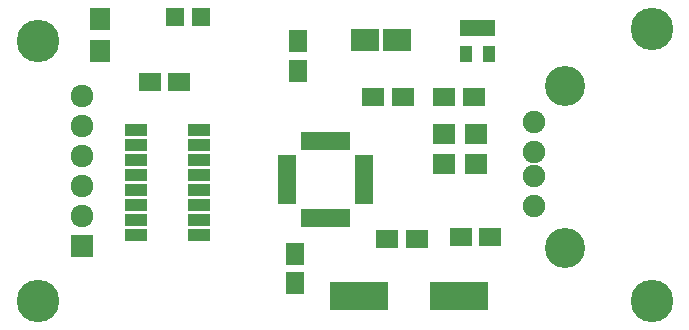
<source format=gbr>
G04 #@! TF.FileFunction,Soldermask,Top*
%FSLAX46Y46*%
G04 Gerber Fmt 4.6, Leading zero omitted, Abs format (unit mm)*
G04 Created by KiCad (PCBNEW 4.0.6) date 06/06/17 10:00:33*
%MOMM*%
%LPD*%
G01*
G04 APERTURE LIST*
%ADD10C,0.100000*%
%ADD11R,4.900000X2.400000*%
%ADD12R,1.924000X1.924000*%
%ADD13C,1.924000*%
%ADD14R,1.900000X1.650000*%
%ADD15R,1.650000X1.900000*%
%ADD16R,1.600000X1.600000*%
%ADD17C,1.900000*%
%ADD18C,3.400000*%
%ADD19R,1.900000X1.700000*%
%ADD20R,1.700000X1.900000*%
%ADD21R,1.900000X1.000000*%
%ADD22R,1.050000X1.460000*%
%ADD23C,3.600000*%
%ADD24R,0.680000X1.600000*%
%ADD25R,1.600000X0.680000*%
%ADD26R,2.350000X1.900000*%
G04 APERTURE END LIST*
D10*
D11*
X150450000Y-104800000D03*
X141950000Y-104800000D03*
D12*
X118525400Y-100600000D03*
D13*
X118525400Y-98060000D03*
X118525400Y-95520000D03*
X118525400Y-92980000D03*
X118525400Y-90440000D03*
X118525400Y-87900000D03*
D14*
X144350000Y-100000000D03*
X146850000Y-100000000D03*
X150550000Y-99800000D03*
X153050000Y-99800000D03*
D15*
X136500000Y-101250000D03*
X136500000Y-103750000D03*
D14*
X145650000Y-88000000D03*
X143150000Y-88000000D03*
X149150000Y-88000000D03*
X151650000Y-88000000D03*
D15*
X136750000Y-83250000D03*
X136750000Y-85750000D03*
D14*
X126750000Y-86750000D03*
X124250000Y-86750000D03*
D16*
X126400000Y-81250000D03*
X128600000Y-81250000D03*
D17*
X156750000Y-90140000D03*
X156750000Y-92680000D03*
X156750000Y-94710000D03*
X156750000Y-97250000D03*
D18*
X159420000Y-87090000D03*
X159420000Y-100810000D03*
D19*
X149190000Y-91150000D03*
X151890000Y-91150000D03*
X149190000Y-93690000D03*
X151890000Y-93690000D03*
D20*
X120000000Y-84100000D03*
X120000000Y-81400000D03*
D21*
X123050000Y-90805000D03*
X123050000Y-92075000D03*
X123050000Y-93345000D03*
X123050000Y-94615000D03*
X123050000Y-95885000D03*
X123050000Y-97155000D03*
X123050000Y-98425000D03*
X123050000Y-99695000D03*
X128450000Y-99695000D03*
X128450000Y-98425000D03*
X128450000Y-97155000D03*
X128450000Y-95885000D03*
X128450000Y-94615000D03*
X128450000Y-93345000D03*
X128450000Y-92075000D03*
X128450000Y-90805000D03*
D22*
X152950000Y-82150000D03*
X152000000Y-82150000D03*
X151050000Y-82150000D03*
X151050000Y-84350000D03*
X152950000Y-84350000D03*
D23*
X114750000Y-105250000D03*
X114750000Y-83250000D03*
X166750000Y-82250000D03*
X166750000Y-105250000D03*
D24*
X140860000Y-91710000D03*
X140360000Y-91710000D03*
X139860000Y-91710000D03*
X139360000Y-91710000D03*
X138860000Y-91710000D03*
X138360000Y-91710000D03*
X137860000Y-91710000D03*
X137360000Y-91710000D03*
D25*
X135860000Y-93210000D03*
X135860000Y-93710000D03*
X135860000Y-94210000D03*
X135860000Y-94710000D03*
X135860000Y-95210000D03*
X135860000Y-95710000D03*
X135860000Y-96210000D03*
X135860000Y-96710000D03*
D24*
X137360000Y-98210000D03*
X137860000Y-98210000D03*
X138360000Y-98210000D03*
X138860000Y-98210000D03*
X139360000Y-98210000D03*
X139860000Y-98210000D03*
X140360000Y-98210000D03*
X140860000Y-98210000D03*
D25*
X142360000Y-96710000D03*
X142360000Y-96210000D03*
X142360000Y-95710000D03*
X142360000Y-95210000D03*
X142360000Y-94710000D03*
X142360000Y-94210000D03*
X142360000Y-93710000D03*
X142360000Y-93210000D03*
D26*
X142425000Y-83200000D03*
X145175000Y-83200000D03*
M02*

</source>
